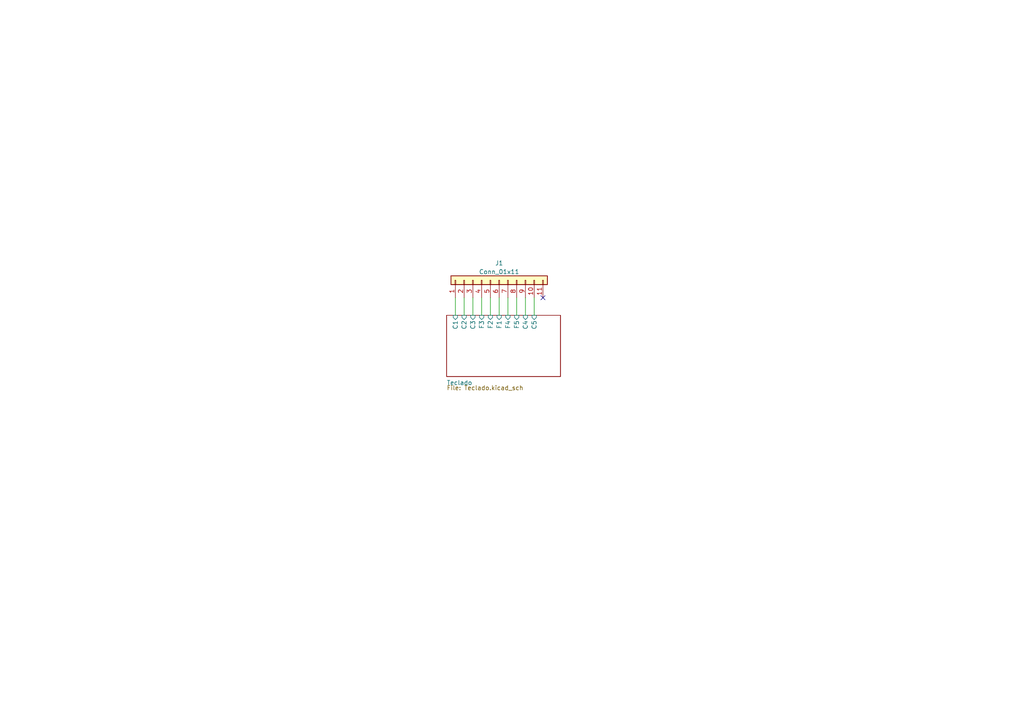
<source format=kicad_sch>
(kicad_sch (version 20211123) (generator eeschema)
  (paper "A4")
  (lib_symbols
    (symbol "Connector_Generic:Conn_01x11" (pin_names (offset 1.016) hide)
      (property "Reference" "J" (at 0 15.24 0))
      (property "Value" "Conn_01x11" (at 0 -15.24 0))
      (symbol "Conn_01x11_1_1"
        (rectangle (start -1.27 -12.573) (end 0 -12.827) (stroke (width 0.1524)))
        (rectangle (start -1.27 -10.033) (end 0 -10.287) (stroke (width 0.1524)))
        (rectangle (start -1.27 -7.493) (end 0 -7.747) (stroke (width 0.1524)))
        (rectangle (start -1.27 -4.953) (end 0 -5.207) (stroke (width 0.1524)))
        (rectangle (start -1.27 -2.413) (end 0 -2.667) (stroke (width 0.1524)))
        (rectangle (start -1.27 0.127) (end 0 -0.127) (stroke (width 0.1524)))
        (rectangle (start -1.27 2.667) (end 0 2.413) (stroke (width 0.1524)))
        (rectangle (start -1.27 5.207) (end 0 4.953) (stroke (width 0.1524)))
        (rectangle (start -1.27 7.747) (end 0 7.493) (stroke (width 0.1524)))
        (rectangle (start -1.27 10.287) (end 0 10.033) (stroke (width 0.1524)))
        (rectangle (start -1.27 12.827) (end 0 12.573) (stroke (width 0.1524)))
        (rectangle (start -1.27 13.97) (end 1.27 -13.97) (stroke (width 0.254)) (fill (type background)))
        (pin passive line (at -5.08 12.7 0) (length 3.81) (name "Pin_1") (number "1"))
        (pin passive line (at -5.08 -10.16 0) (length 3.81) (name "Pin_10") (number "10"))
        (pin passive line (at -5.08 -12.7 0) (length 3.81) (name "Pin_11") (number "11"))
        (pin passive line (at -5.08 10.16 0) (length 3.81) (name "Pin_2") (number "2"))
        (pin passive line (at -5.08 7.62 0) (length 3.81) (name "Pin_3") (number "3"))
        (pin passive line (at -5.08 5.08 0) (length 3.81) (name "Pin_4") (number "4"))
        (pin passive line (at -5.08 2.54 0) (length 3.81) (name "Pin_5") (number "5"))
        (pin passive line (at -5.08 0 0) (length 3.81) (name "Pin_6") (number "6"))
        (pin passive line (at -5.08 -2.54 0) (length 3.81) (name "Pin_7") (number "7"))
        (pin passive line (at -5.08 -5.08 0) (length 3.81) (name "Pin_8") (number "8"))
        (pin passive line (at -5.08 -7.62 0) (length 3.81) (name "Pin_9") (number "9"))
      )
    )
  )
  (no_connect (at 157.48 86.36))
  (wire (pts (xy 132.08 86.36) (xy 132.08 91.44)))
  (wire (pts (xy 152.4 86.36) (xy 152.4 91.44)))
  (wire (pts (xy 149.86 86.36) (xy 149.86 91.44)))
  (wire (pts (xy 147.32 86.36) (xy 147.32 91.44)))
  (wire (pts (xy 137.16 86.36) (xy 137.16 91.44)))
  (wire (pts (xy 142.24 86.36) (xy 142.24 91.44)))
  (wire (pts (xy 134.62 86.36) (xy 134.62 91.44)))
  (wire (pts (xy 154.94 86.36) (xy 154.94 91.44)))
  (wire (pts (xy 144.78 86.36) (xy 144.78 91.44)))
  (wire (pts (xy 139.7 86.36) (xy 139.7 91.44)))
  (symbol (lib_id "Connector_Generic:Conn_01x11") (at 144.78 81.28 90) (unit 1)
    (property "Reference" "J1" (at 144.78 76.3102 90))
    (property "Value" "Conn_01x11" (at 144.78 78.8471 90))
    (property "Footprint" "Connector_PinHeader_2.54mm:PinHeader_1x11_P2.54mm_Vertical" (effects hide))
  )
  (sheet (at 129.54 91.44) (size 33.02 17.78) (stroke (width 0.1524))
    (property "Sheet name" "Teclado" (at 129.54 111.76 0) (effects (justify left bottom)))
    (property "Sheet file" "Teclado.kicad_sch" (at 129.54 111.76 0) (effects (justify left top)))
    (pin "F1" input (at 144.78 91.44 90))
    (pin "F2" input (at 142.24 91.44 90))
    (pin "C4" input (at 152.4 91.44 90))
    (pin "C5" input (at 154.94 91.44 90))
    (pin "F3" input (at 139.7 91.44 90))
    (pin "F4" input (at 147.32 91.44 90))
    (pin "F5" input (at 149.86 91.44 90))
    (pin "C1" input (at 132.08 91.44 90))
    (pin "C2" input (at 134.62 91.44 90))
    (pin "C3" input (at 137.16 91.44 90))
  )
)
</source>
